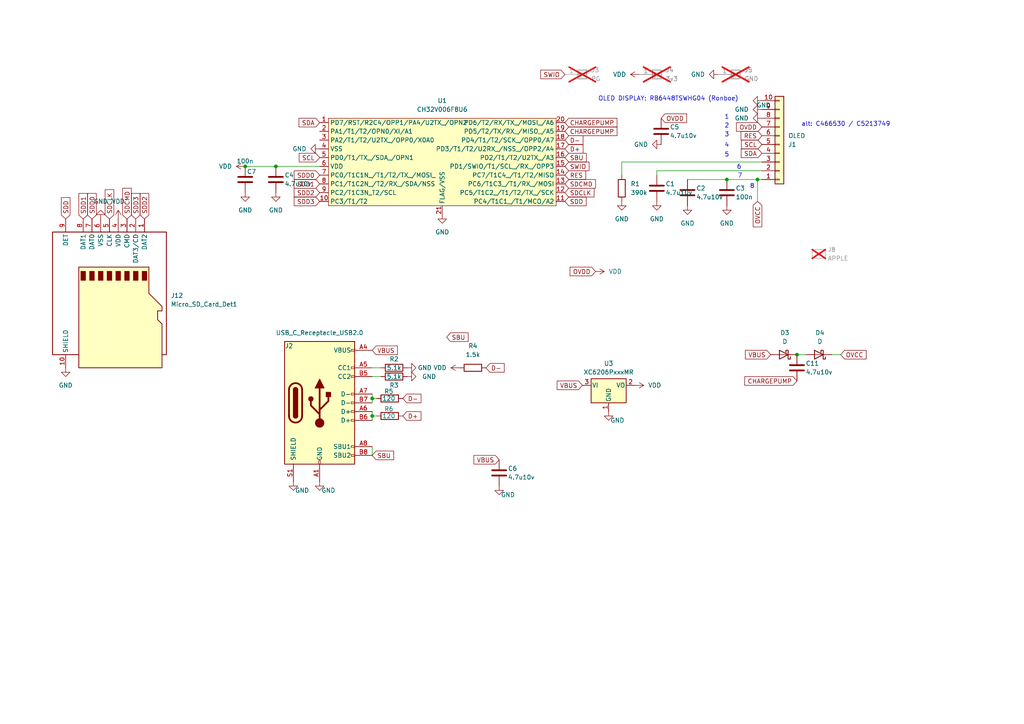
<source format=kicad_sch>
(kicad_sch (version 20231120) (generator "eeschema") (generator_version "8.0")
  (paper "A4")
  (lib_symbols
    (symbol "Connector:Micro_SD_Card_Det1"
      (property "Reference" "J" (at -16.51 17.78 0))
      (property "Value" "Micro_SD_Card_Det1" (at 16.51 17.78 0))
      (symbol "Micro_SD_Card_Det1_0_1"
        (rectangle (start -7.62 -6.985) (end -5.08 -8.255) (stroke (width 0.254)) (fill (type outline)))
        (rectangle (start -7.62 -4.445) (end -5.08 -5.715) (stroke (width 0.254)) (fill (type outline)))
        (rectangle (start -7.62 -1.905) (end -5.08 -3.175) (stroke (width 0.254)) (fill (type outline)))
        (rectangle (start -7.62 0.635) (end -5.08 -0.635) (stroke (width 0.254)) (fill (type outline)))
        (rectangle (start -7.62 3.175) (end -5.08 1.905) (stroke (width 0.254)) (fill (type outline)))
        (rectangle (start -7.62 5.715) (end -5.08 4.445) (stroke (width 0.254)) (fill (type outline)))
        (rectangle (start -7.62 8.255) (end -5.08 6.985) (stroke (width 0.254)) (fill (type outline)))
        (rectangle (start -7.62 10.795) (end -5.08 9.525) (stroke (width 0.254)) (fill (type outline)))
        (polyline (pts (xy 16.51 15.24) (xy 16.51 16.51) (xy -19.05 16.51) (xy -19.05 -16.51) (xy 16.51 -16.51) (xy 16.51 -8.89)) (stroke (width 0.254)))
        (polyline (pts (xy -8.89 -8.89) (xy -8.89 11.43) (xy -1.27 11.43) (xy 2.54 15.24) (xy 3.81 15.24) (xy 3.81 13.97) (xy 6.35 13.97) (xy 7.62 15.24) (xy 20.32 15.24) (xy 20.32 -8.89) (xy -8.89 -8.89)) (stroke (width 0.254)) (fill (type background)))
      )
      (symbol "Micro_SD_Card_Det1_1_1"
        (pin bidirectional line (at -22.86 10.16 0) (length 3.81) (name "DAT2") (number "1"))
        (pin passive line (at 20.32 -12.7 180) (length 3.81) (name "SHIELD") (number "10"))
        (pin bidirectional line (at -22.86 7.62 0) (length 3.81) (name "DAT3/CD") (number "2"))
        (pin input line (at -22.86 5.08 0) (length 3.81) (name "CMD") (number "3"))
        (pin power_in line (at -22.86 2.54 0) (length 3.81) (name "VDD") (number "4"))
        (pin input line (at -22.86 0 0) (length 3.81) (name "CLK") (number "5"))
        (pin power_in line (at -22.86 -2.54 0) (length 3.81) (name "VSS") (number "6"))
        (pin bidirectional line (at -22.86 -5.08 0) (length 3.81) (name "DAT0") (number "7"))
        (pin bidirectional line (at -22.86 -7.62 0) (length 3.81) (name "DAT1") (number "8"))
        (pin passive line (at -22.86 -12.7 0) (length 3.81) (name "DET") (number "9"))
      )
    )
    (symbol "Connector:USB_C_Receptacle_USB2.0" (pin_names (offset 1.016))
      (property "Reference" "J" (at -10.16 19.05 0))
      (property "Value" "USB_C_Receptacle_USB2.0" (at 19.05 19.05 0))
      (symbol "USB_C_Receptacle_USB2.0_0_0"
        (rectangle (start -0.254 -17.78) (end 0.254 -16.764))
        (rectangle (start 10.16 -14.986) (end 9.144 -15.494))
        (rectangle (start 10.16 -12.446) (end 9.144 -12.954))
        (rectangle (start 10.16 -4.826) (end 9.144 -5.334))
        (rectangle (start 10.16 -2.286) (end 9.144 -2.794))
        (rectangle (start 10.16 0.254) (end 9.144 -0.254))
        (rectangle (start 10.16 2.794) (end 9.144 2.286))
        (rectangle (start 10.16 7.874) (end 9.144 7.366))
        (rectangle (start 10.16 10.414) (end 9.144 9.906))
        (rectangle (start 10.16 15.494) (end 9.144 14.986))
      )
      (symbol "USB_C_Receptacle_USB2.0_0_1"
        (rectangle (start -10.16 17.78) (end 10.16 -17.78) (stroke (width 0.254)) (fill (type background)))
        (arc (start -8.89 -3.81) (mid -6.985 -5.7067) (end -5.08 -3.81) (stroke (width 0.508)))
        (arc (start -7.62 -3.81) (mid -6.985 -4.4423) (end -6.35 -3.81) (stroke (width 0.254)))
        (arc (start -7.62 -3.81) (mid -6.985 -4.4423) (end -6.35 -3.81) (stroke (width 0.254)) (fill (type outline)))
        (rectangle (start -7.62 -3.81) (end -6.35 3.81) (stroke (width 0.254)) (fill (type outline)))
        (arc (start -6.35 3.81) (mid -6.985 4.4423) (end -7.62 3.81) (stroke (width 0.254)))
        (arc (start -6.35 3.81) (mid -6.985 4.4423) (end -7.62 3.81) (stroke (width 0.254)) (fill (type outline)))
        (arc (start -5.08 3.81) (mid -6.985 5.7067) (end -8.89 3.81) (stroke (width 0.508)))
        (circle (center -2.54 1.143) (radius 0.635) (stroke (width 0.254)) (fill (type outline)))
        (circle (center 0 -5.842) (radius 1.27) (fill (type outline)))
        (polyline (pts (xy -8.89 -3.81) (xy -8.89 3.81)) (stroke (width 0.508)))
        (polyline (pts (xy -5.08 3.81) (xy -5.08 -3.81)) (stroke (width 0.508)))
        (polyline (pts (xy 0 -5.842) (xy 0 4.318)) (stroke (width 0.508)))
        (polyline (pts (xy 0 -3.302) (xy -2.54 -0.762) (xy -2.54 0.508)) (stroke (width 0.508)))
        (polyline (pts (xy 0 -2.032) (xy 2.54 0.508) (xy 2.54 1.778)) (stroke (width 0.508)))
        (polyline (pts (xy -1.27 4.318) (xy 0 6.858) (xy 1.27 4.318) (xy -1.27 4.318)) (stroke (width 0.254)) (fill (type outline)))
        (rectangle (start 1.905 1.778) (end 3.175 3.048) (stroke (width 0.254)) (fill (type outline)))
      )
      (symbol "USB_C_Receptacle_USB2.0_1_1"
        (pin passive line (at 0 -22.86 90) (length 5.08) (name "GND") (number "A1"))
        (pin passive line (at 0 -22.86 90) (length 5.08) hide (name "GND") (number "A12"))
        (pin passive line (at 15.24 15.24 180) (length 5.08) (name "VBUS") (number "A4"))
        (pin bidirectional line (at 15.24 10.16 180) (length 5.08) (name "CC1") (number "A5"))
        (pin bidirectional line (at 15.24 -2.54 180) (length 5.08) (name "D+") (number "A6"))
        (pin bidirectional line (at 15.24 2.54 180) (length 5.08) (name "D-") (number "A7"))
        (pin bidirectional line (at 15.24 -12.7 180) (length 5.08) (name "SBU1") (number "A8"))
        (pin passive line (at 15.24 15.24 180) (length 5.08) hide (name "VBUS") (number "A9"))
        (pin passive line (at 0 -22.86 90) (length 5.08) hide (name "GND") (number "B1"))
        (pin passive line (at 0 -22.86 90) (length 5.08) hide (name "GND") (number "B12"))
        (pin passive line (at 15.24 15.24 180) (length 5.08) hide (name "VBUS") (number "B4"))
        (pin bidirectional line (at 15.24 7.62 180) (length 5.08) (name "CC2") (number "B5"))
        (pin bidirectional line (at 15.24 -5.08 180) (length 5.08) (name "D+") (number "B6"))
        (pin bidirectional line (at 15.24 0 180) (length 5.08) (name "D-") (number "B7"))
        (pin bidirectional line (at 15.24 -15.24 180) (length 5.08) (name "SBU2") (number "B8"))
        (pin passive line (at 15.24 15.24 180) (length 5.08) hide (name "VBUS") (number "B9"))
        (pin passive line (at -7.62 -22.86 90) (length 5.08) (name "SHIELD") (number "S1"))
      )
    )
    (symbol "Connector_Generic:Conn_01x01" (pin_names (offset 1.016) hide)
      (property "Reference" "J" (at 0 2.54 0))
      (property "Value" "Conn_01x01" (at 0 -2.54 0))
      (symbol "Conn_01x01_1_1"
        (rectangle (start -1.27 0.127) (end 0 -0.127) (stroke (width 0.1524)))
        (rectangle (start -1.27 1.27) (end 1.27 -1.27) (stroke (width 0.254)) (fill (type background)))
        (pin passive line (at -5.08 0 0) (length 3.81) (name "Pin_1") (number "1"))
      )
    )
    (symbol "Connector_Generic:Conn_01x10" (pin_names (offset 1.016) hide)
      (property "Reference" "J" (at 0 12.7 0))
      (property "Value" "Conn_01x10" (at 0 -15.24 0))
      (symbol "Conn_01x10_1_1"
        (rectangle (start -1.27 -12.573) (end 0 -12.827) (stroke (width 0.1524)))
        (rectangle (start -1.27 -10.033) (end 0 -10.287) (stroke (width 0.1524)))
        (rectangle (start -1.27 -7.493) (end 0 -7.747) (stroke (width 0.1524)))
        (rectangle (start -1.27 -4.953) (end 0 -5.207) (stroke (width 0.1524)))
        (rectangle (start -1.27 -2.413) (end 0 -2.667) (stroke (width 0.1524)))
        (rectangle (start -1.27 0.127) (end 0 -0.127) (stroke (width 0.1524)))
        (rectangle (start -1.27 2.667) (end 0 2.413) (stroke (width 0.1524)))
        (rectangle (start -1.27 5.207) (end 0 4.953) (stroke (width 0.1524)))
        (rectangle (start -1.27 7.747) (end 0 7.493) (stroke (width 0.1524)))
        (rectangle (start -1.27 10.287) (end 0 10.033) (stroke (width 0.1524)))
        (rectangle (start -1.27 11.43) (end 1.27 -13.97) (stroke (width 0.254)) (fill (type background)))
        (pin passive line (at -5.08 10.16 0) (length 3.81) (name "Pin_1") (number "1"))
        (pin passive line (at -5.08 -12.7 0) (length 3.81) (name "Pin_10") (number "10"))
        (pin passive line (at -5.08 7.62 0) (length 3.81) (name "Pin_2") (number "2"))
        (pin passive line (at -5.08 5.08 0) (length 3.81) (name "Pin_3") (number "3"))
        (pin passive line (at -5.08 2.54 0) (length 3.81) (name "Pin_4") (number "4"))
        (pin passive line (at -5.08 0 0) (length 3.81) (name "Pin_5") (number "5"))
        (pin passive line (at -5.08 -2.54 0) (length 3.81) (name "Pin_6") (number "6"))
        (pin passive line (at -5.08 -5.08 0) (length 3.81) (name "Pin_7") (number "7"))
        (pin passive line (at -5.08 -7.62 0) (length 3.81) (name "Pin_8") (number "8"))
        (pin passive line (at -5.08 -10.16 0) (length 3.81) (name "Pin_9") (number "9"))
      )
    )
    (symbol "Device:C" (pin_numbers hide) (pin_names (offset 0.254))
      (property "Reference" "C" (at 0.635 2.54 0))
      (property "Value" "C" (at 0.635 -2.54 0))
      (symbol "C_0_1"
        (polyline (pts (xy -2.032 -0.762) (xy 2.032 -0.762)) (stroke (width 0.508)))
        (polyline (pts (xy -2.032 0.762) (xy 2.032 0.762)) (stroke (width 0.508)))
      )
      (symbol "C_1_1"
        (pin passive line (at 0 3.81 270) (length 2.794) (name "~") (number "1"))
        (pin passive line (at 0 -3.81 90) (length 2.794) (name "~") (number "2"))
      )
    )
    (symbol "Device:D_Schottky" (pin_numbers hide) (pin_names (offset 1.016) hide)
      (property "Reference" "D" (at 0 2.54 0))
      (property "Value" "D_Schottky" (at 0 -2.54 0))
      (symbol "D_Schottky_0_1"
        (polyline (pts (xy 1.27 0) (xy -1.27 0)))
        (polyline (pts (xy 1.27 1.27) (xy 1.27 -1.27) (xy -1.27 0) (xy 1.27 1.27)) (stroke (width 0.254)))
        (polyline (pts (xy -1.905 0.635) (xy -1.905 1.27) (xy -1.27 1.27) (xy -1.27 -1.27) (xy -0.635 -1.27) (xy -0.635 -0.635)) (stroke (width 0.254)))
      )
      (symbol "D_Schottky_1_1"
        (pin passive line (at -3.81 0 0) (length 2.54) (name "K") (number "1"))
        (pin passive line (at 3.81 0 180) (length 2.54) (name "A") (number "2"))
      )
    )
    (symbol "Device:R" (pin_numbers hide) (pin_names (offset 0))
      (property "Reference" "R" (at 2.032 0 90))
      (property "Value" "R" (at 0 0 90))
      (symbol "R_0_1"
        (rectangle (start -1.016 -2.54) (end 1.016 2.54) (stroke (width 0.254)))
      )
      (symbol "R_1_1"
        (pin passive line (at 0 3.81 270) (length 1.27) (name "~") (number "1"))
        (pin passive line (at 0 -3.81 90) (length 1.27) (name "~") (number "2"))
      )
    )
    (symbol "Regulator_Linear:XC6206PxxxMR" (pin_names (offset 0.254))
      (property "Reference" "U" (at -3.81 3.175 0))
      (property "Value" "XC6206PxxxMR" (at 0 3.175 0))
      (symbol "XC6206PxxxMR_0_1"
        (rectangle (start -5.08 1.905) (end 5.08 -5.08) (stroke (width 0.254)) (fill (type background)))
      )
      (symbol "XC6206PxxxMR_1_1"
        (pin power_in line (at 0 -7.62 90) (length 2.54) (name "GND") (number "1"))
        (pin power_out line (at 7.62 0 180) (length 2.54) (name "VO") (number "2"))
        (pin power_in line (at -7.62 0 0) (length 2.54) (name "VI") (number "3"))
      )
    )
    (symbol "artwork:artwork"
      (property "Reference" "A" (at 0 0 0))
      (property "Value" "artwork" (at 0 2.54 0))
      (symbol "artwork_0_1"
        (rectangle (start -1.905 1.27) (end 1.905 -1.27))
      )
    )
    (symbol "cnhardware:CH32V006F8U6"
      (property "Reference" "U" (at 0 -1.27 0))
      (property "Value" "CH32V006F8U6" (at 2.54 0 0))
      (symbol "CH32V006F8U6_1_1"
        (rectangle (start -33.02 12.7) (end 33.02 -12.7) (fill (type background)))
        (pin bidirectional line (at -35.56 11.43 0) (length 2.54) (name "PD7/RST/R2C4/OPP1/PA4/U2TX_/OPN2") (number "1"))
        (pin bidirectional line (at -35.56 -11.43 0) (length 2.54) (name "PC3/T1/T2") (number "10"))
        (pin bidirectional line (at 35.56 -11.43 180) (length 2.54) (name "PC4/T1C1_/T1/MCO/A2") (number "11"))
        (pin bidirectional line (at 35.56 -8.89 180) (length 2.54) (name "PC5/T1C2_/T1/T2/TX_/SCK") (number "12"))
        (pin bidirectional line (at 35.56 -6.35 180) (length 2.54) (name "PC6/T1C3_/T1/RX_/MOSI") (number "13"))
        (pin bidirectional line (at 35.56 -3.81 180) (length 2.54) (name "PC7/T1C4_/T1/T2/MISO") (number "14"))
        (pin bidirectional line (at 35.56 -1.27 180) (length 2.54) (name "PD1/SWIO/T1/SCL_/RX_/OPP3") (number "15"))
        (pin bidirectional line (at 35.56 1.27 180) (length 2.54) (name "PD2/T1/T2/U2TX_/A3") (number "16"))
        (pin bidirectional line (at 35.56 3.81 180) (length 2.54) (name "PD3/T1/T2/U2RX_/NSS_/OPP2/A4") (number "17"))
        (pin bidirectional line (at 35.56 6.35 180) (length 2.54) (name "PD4/T1/T2/SCK_/OPP0/A7") (number "18"))
        (pin bidirectional line (at 35.56 8.89 180) (length 2.54) (name "PD5/T2/TX/RX_/MISO_/A5") (number "19"))
        (pin bidirectional line (at -35.56 8.89 0) (length 2.54) (name "PA1/T1/T2/OPN0/XI/A1") (number "2"))
        (pin bidirectional line (at 35.56 11.43 180) (length 2.54) (name "PD6/T2/RX/TX_/MOSI_/A6") (number "20"))
        (pin bidirectional line (at 0 -15.24 90) (length 2.54) (name "FLAG/VSS") (number "21"))
        (pin bidirectional line (at -35.56 6.35 0) (length 2.54) (name "PA2/T1/T2/U2TX_/OPP0/X0A0") (number "3"))
        (pin bidirectional line (at -35.56 3.81 0) (length 2.54) (name "VSS") (number "4"))
        (pin bidirectional line (at -35.56 1.27 0) (length 2.54) (name "PD0/T1/TX_/SDA_/OPN1") (number "5"))
        (pin bidirectional line (at -35.56 -1.27 0) (length 2.54) (name "VDD") (number "6"))
        (pin bidirectional line (at -35.56 -3.81 0) (length 2.54) (name "PC0/T1C1N_/T1/T2/TX_/MOSI_") (number "7"))
        (pin bidirectional line (at -35.56 -6.35 0) (length 2.54) (name "PC1/T1C2N_/T2/RX_/SDA/NSS") (number "8"))
        (pin bidirectional line (at -35.56 -8.89 0) (length 2.54) (name "PC2/T1C3N_T2/SCL") (number "9"))
      )
    )
    (symbol "power:GND" (power) (pin_names (offset 0))
      (property "Value" "GND" (at 0 -3.81 0))
      (symbol "GND_0_1"
        (polyline (pts (xy 0 0) (xy 0 -1.27) (xy 1.27 -1.27) (xy 0 -2.54) (xy -1.27 -1.27) (xy 0 -1.27)))
      )
      (symbol "GND_1_1"
        (pin power_in line (at 0 0 270) (length 0) hide (name "GND") (number "1"))
      )
    )
    (symbol "power:VDD" (power) (pin_names (offset 0))
      (property "Value" "VDD" (at 0 3.81 0))
      (symbol "VDD_0_1"
        (polyline (pts (xy -0.762 1.27) (xy 0 2.54)))
        (polyline (pts (xy 0 0) (xy 0 2.54)))
        (polyline (pts (xy 0 2.54) (xy 0.762 1.27)))
      )
      (symbol "VDD_1_1"
        (pin power_in line (at 0 0 90) (length 0) hide (name "VDD") (number "1"))
      )
    )
  )
  (junction (at 210.82 52.07))
  (junction (at 219.71 52.07))
  (junction (at 71.12 48.26))
  (junction (at 80.01 48.26))
  (junction (at 107.95 120.65))
  (junction (at 107.95 115.57))
  (junction (at 231.14 102.87))
  (wire (pts (xy 80.01 48.26) (xy 92.71 48.26)))
  (wire (pts (xy 71.12 48.26) (xy 80.01 48.26)))
  (wire (pts (xy 190.5 49.53) (xy 190.5 50.8)))
  (wire (pts (xy 231.14 102.87) (xy 233.68 102.87)))
  (wire (pts (xy 199.39 52.07) (xy 210.82 52.07)))
  (wire (pts (xy 107.95 109.22) (xy 110.49 109.22)))
  (wire (pts (xy 107.95 106.68) (xy 110.49 106.68)))
  (wire (pts (xy 241.3 102.87) (xy 243.84 102.87)))
  (wire (pts (xy 107.95 120.65) (xy 109.22 120.65)))
  (wire (pts (xy 210.82 52.07) (xy 219.71 52.07)))
  (wire (pts (xy 107.95 119.38) (xy 107.95 120.65)))
  (wire (pts (xy 107.95 120.65) (xy 107.95 121.92)))
  (wire (pts (xy 219.71 58.42) (xy 219.71 52.07)))
  (wire (pts (xy 219.71 52.07) (xy 220.98 52.07)))
  (wire (pts (xy 107.95 115.57) (xy 107.95 116.84)))
  (wire (pts (xy 190.5 49.53) (xy 220.98 49.53)))
  (wire (pts (xy 107.95 115.57) (xy 109.22 115.57)))
  (wire (pts (xy 107.95 114.3) (xy 107.95 115.57)))
  (wire (pts (xy 180.34 46.99) (xy 220.98 46.99)))
  (wire (pts (xy 107.95 129.54) (xy 107.95 132.08)))
  (wire (pts (xy 180.34 46.99) (xy 180.34 50.8)))
  (text "3" (at 210.82 39.116 0) (effects (font (size 1.27 1.27))))
  (text "7" (at 214.63 51.054 0) (effects (font (size 1.27 1.27))))
  (text "5" (at 210.82 44.958 0) (effects (font (size 1.27 1.27))))
  (text "alt: C466530 / C5213749" (at 232.41 36.83 0) (effects (font (size 1.27 1.27)) (justify left bottom)))
  (text "8" (at 218.186 54.102 0) (effects (font (size 1.27 1.27))))
  (text "2" (at 210.82 36.576 0) (effects (font (size 1.27 1.27))))
  (text "6" (at 214.376 48.514 0) (effects (font (size 1.27 1.27))))
  (text "4" (at 210.82 42.164 0) (effects (font (size 1.27 1.27))))
  (text "OLED DISPLAY: RB6448TSWHG04 (Ronboe)" (at 173.482 29.464 0) (effects (font (size 1.27 1.27)) (justify left bottom)))
  (text "1" (at 210.82 34.036 0) (effects (font (size 1.27 1.27))))
  (global_label "SBU" (shape input) (at 129.54 97.79 0) (property "Intersheetrefs" "${INTERSHEET_REFS}" (effects (hide yes))))
  (global_label "SDD3" (shape input) (at 39.37 63.5 90) (property "Intersheetrefs" "${INTERSHEET_REFS}" (effects (hide yes))))
  (global_label "D-" (shape input) (at 116.84 115.57 0) (property "Intersheetrefs" "${INTERSHEET_REFS}" (effects (hide yes))))
  (global_label "SDCMD" (shape input) (at 163.83 53.34 0) (property "Intersheetrefs" "${INTERSHEET_REFS}" (effects (hide yes))))
  (global_label "SCL" (shape input) (at 220.98 41.91 180) (property "Intersheetrefs" "${INTERSHEET_REFS}" (effects (hide yes))))
  (global_label "OVCC" (shape input) (at 243.84 102.87 0) (property "Intersheetrefs" "${INTERSHEET_REFS}" (effects (hide yes))))
  (global_label "D-" (shape input) (at 140.97 106.68 0) (property "Intersheetrefs" "${INTERSHEET_REFS}" (effects (hide yes))))
  (global_label "VBUS" (shape input) (at 107.95 101.6 0) (property "Intersheetrefs" "${INTERSHEET_REFS}" (effects (hide yes))))
  (global_label "SDD0" (shape input) (at 26.67 63.5 90) (property "Intersheetrefs" "${INTERSHEET_REFS}" (effects (hide yes))))
  (global_label "SDD1" (shape input) (at 92.71 53.34 180) (property "Intersheetrefs" "${INTERSHEET_REFS}" (effects (hide yes))))
  (global_label "RES" (shape input) (at 220.98 39.37 180) (property "Intersheetrefs" "${INTERSHEET_REFS}" (effects (hide yes))))
  (global_label "OVDD" (shape input) (at 220.98 36.83 180) (property "Intersheetrefs" "${INTERSHEET_REFS}" (effects (hide yes))))
  (global_label "D+" (shape input) (at 163.83 43.18 0) (property "Intersheetrefs" "${INTERSHEET_REFS}" (effects (hide yes))))
  (global_label "SBU" (shape input) (at 163.83 45.72 0) (property "Intersheetrefs" "${INTERSHEET_REFS}" (effects (hide yes))))
  (global_label "SDCLK" (shape input) (at 163.83 55.88 0) (property "Intersheetrefs" "${INTERSHEET_REFS}" (effects (hide yes))))
  (global_label "SCL" (shape input) (at 92.71 45.72 180) (property "Intersheetrefs" "${INTERSHEET_REFS}" (effects (hide yes))))
  (global_label "SDD" (shape input) (at 163.83 58.42 0) (property "Intersheetrefs" "${INTERSHEET_REFS}" (effects (hide yes))))
  (global_label "SDD2" (shape input) (at 41.91 63.5 90) (property "Intersheetrefs" "${INTERSHEET_REFS}" (effects (hide yes))))
  (global_label "CHARGEPUMP" (shape input) (at 163.83 38.1 0) (property "Intersheetrefs" "${INTERSHEET_REFS}" (effects (hide yes))))
  (global_label "SBU" (shape input) (at 107.95 132.08 0) (property "Intersheetrefs" "${INTERSHEET_REFS}" (effects (hide yes))))
  (global_label "VBUS" (shape input) (at 223.52 102.87 180) (property "Intersheetrefs" "${INTERSHEET_REFS}" (effects (hide yes))))
  (global_label "RES" (shape input) (at 163.83 50.8 0) (property "Intersheetrefs" "${INTERSHEET_REFS}" (effects (hide yes))))
  (global_label "SDA" (shape input) (at 92.71 35.56 180) (property "Intersheetrefs" "${INTERSHEET_REFS}" (effects (hide yes))))
  (global_label "VBUS" (shape input) (at 144.78 133.35 180) (property "Intersheetrefs" "${INTERSHEET_REFS}" (effects (hide yes))))
  (global_label "D-" (shape input) (at 163.83 40.64 0) (property "Intersheetrefs" "${INTERSHEET_REFS}" (effects (hide yes))))
  (global_label "SDCMD" (shape input) (at 36.83 63.5 90) (property "Intersheetrefs" "${INTERSHEET_REFS}" (effects (hide yes))))
  (global_label "VBUS" (shape input) (at 168.91 111.76 180) (property "Intersheetrefs" "${INTERSHEET_REFS}" (effects (hide yes))))
  (global_label "OVCC" (shape input) (at 219.71 58.42 270) (property "Intersheetrefs" "${INTERSHEET_REFS}" (effects (hide yes))))
  (global_label "OVDD" (shape input) (at 172.72 78.74 180) (property "Intersheetrefs" "${INTERSHEET_REFS}" (effects (hide yes))))
  (global_label "OVDD" (shape input) (at 191.77 34.29 0) (property "Intersheetrefs" "${INTERSHEET_REFS}" (effects (hide yes))))
  (global_label "SDCLK" (shape input) (at 31.75 63.5 90) (property "Intersheetrefs" "${INTERSHEET_REFS}" (effects (hide yes))))
  (global_label "SDD" (shape input) (at 19.05 63.5 90) (property "Intersheetrefs" "${INTERSHEET_REFS}" (effects (hide yes))))
  (global_label "SDD3" (shape input) (at 92.71 58.42 180) (property "Intersheetrefs" "${INTERSHEET_REFS}" (effects (hide yes))))
  (global_label "SWIO" (shape input) (at 163.83 21.59 180) (property "Intersheetrefs" "${INTERSHEET_REFS}" (effects (hide yes))))
  (global_label "CHARGEPUMP" (shape input) (at 231.14 110.49 180) (property "Intersheetrefs" "${INTERSHEET_REFS}" (effects (hide yes))))
  (global_label "SDD2" (shape input) (at 92.71 55.88 180) (property "Intersheetrefs" "${INTERSHEET_REFS}" (effects (hide yes))))
  (global_label "SDD1" (shape input) (at 24.13 63.5 90) (property "Intersheetrefs" "${INTERSHEET_REFS}" (effects (hide yes))))
  (global_label "SDA" (shape input) (at 220.98 44.45 180) (property "Intersheetrefs" "${INTERSHEET_REFS}" (effects (hide yes))))
  (global_label "CHARGEPUMP" (shape input) (at 163.83 35.56 0) (property "Intersheetrefs" "${INTERSHEET_REFS}" (effects (hide yes))))
  (global_label "SWIO" (shape input) (at 163.83 48.26 0) (property "Intersheetrefs" "${INTERSHEET_REFS}" (effects (hide yes))))
  (global_label "SDD0" (shape input) (at 92.71 50.8 180) (property "Intersheetrefs" "${INTERSHEET_REFS}" (effects (hide yes))))
  (global_label "D+" (shape input) (at 116.84 120.65 0) (property "Intersheetrefs" "${INTERSHEET_REFS}" (effects (hide yes))))
  (symbol (lib_id "Device:C") (at 80.01 52.07 0) (unit 1)
    (property "Reference" "C4" (at 82.55 50.8 0) (effects (justify left)))
    (property "Value" "4.7u10v" (at 82.55 53.34 0) (effects (justify left)))
    (property "Footprint" "Capacitor_SMD:C_0402_1005Metric" (effects (hide yes)))
    (property "LCSC" "C23733" (effects (hide yes)))
  )
  (symbol (lib_id "power:GND") (at 208.28 21.59 270) (unit 1)
    (property "Reference" "#PWR024" (effects (hide yes)))
    (property "Value" "GND" (at 204.47 21.59 90) (effects (justify right)))
  )
  (symbol (lib_id "Device:C") (at 231.14 106.68 0) (unit 1)
    (property "Reference" "C11" (at 233.68 105.41 0) (effects (justify left)))
    (property "Value" "4.7u10v" (at 233.68 107.95 0) (effects (justify left)))
    (property "Footprint" "Capacitor_SMD:C_0402_1005Metric" (effects (hide yes)))
    (property "LCSC" "C23733" (effects (hide yes)))
  )
  (symbol (lib_id "power:GND") (at 80.01 55.88 0) (unit 1)
    (property "Reference" "#PWR03" (effects (hide yes)))
    (property "Value" "GND" (at 80.01 60.96 0))
  )
  (symbol (lib_id "Device:D_Schottky") (at 237.49 102.87 180) (unit 1)
    (property "Reference" "D4" (at 237.8075 96.52 0))
    (property "Value" "D" (at 237.8075 99.06 0))
    (property "Footprint" "Diode_SMD:D_SOD-323" (effects (hide yes)))
    (property "Description" "Schottky diode" (effects (hide yes)))
    (property "LCSC" "C191023" (effects (hide yes)))
  )
  (symbol (lib_id "Device:C") (at 190.5 54.61 0) (unit 1)
    (property "Reference" "C1" (at 193.04 53.34 0) (effects (justify left)))
    (property "Value" "4.7u10v" (at 193.04 55.88 0) (effects (justify left)))
    (property "Footprint" "Capacitor_SMD:C_0402_1005Metric" (effects (hide yes)))
    (property "LCSC" "C23733" (effects (hide yes)))
  )
  (symbol (lib_id "Connector_Generic:Conn_01x01") (at 190.5 21.59 0) (unit 1) (in_bom no) (dnp yes)
    (property "Reference" "J4" (at 193.04 20.32 0) (effects (justify left)))
    (property "Value" "3v3" (at 193.04 22.86 0) (effects (justify left)))
    (property "Footprint" "TestPoint:TestPoint_Pad_D1.0mm" (effects (hide yes)))
  )
  (symbol (lib_id "power:GND") (at 19.05 106.68 0) (unit 1)
    (property "Reference" "#PWR027" (effects (hide yes)))
    (property "Value" "GND" (at 19.05 111.76 0))
  )
  (symbol (lib_id "Connector_Generic:Conn_01x10") (at 226.06 41.91 0) (mirror x) (unit 1)
    (property "Reference" "J1" (at 228.6 41.91 0) (effects (justify left)))
    (property "Value" "OLED" (at 228.6 39.37 0) (effects (justify left)))
    (property "Footprint" "fpc:AFC42-S08FMA-1H" (effects (hide yes)))
    (property "LCSC" "C466530" (effects (hide yes)))
  )
  (symbol (lib_id "power:VDD") (at 71.12 48.26 90) (unit 1)
    (property "Reference" "#PWR015" (effects (hide yes)))
    (property "Value" "VDD" (at 67.31 48.26 90) (effects (justify left)))
  )
  (symbol (lib_id "Connector:Micro_SD_Card_Det1") (at 31.75 86.36 270) (unit 1)
    (property "Reference" "J12" (at 49.53 85.7249 90) (effects (justify left)))
    (property "Value" "Micro_SD_Card_Det1" (at 49.53 88.2649 90) (effects (justify left)))
    (property "Footprint" "cnhardware:MicroSD-C393941-SHOU-HAN-TF-PUSH-TINY" (effects (hide yes)))
    (property "Datasheet" "https://datasheet.lcsc.com/lcsc/2110151630_XKB-Connectivity-XKTF-015-N_C381082.pdf" (effects (hide yes)))
    (property "Description" "Micro SD Card Socket with one card detection pin" (effects (hide yes)))
    (property "LCSC" "C22383473" (effects (hide yes)))
  )
  (symbol (lib_id "power:GND") (at 144.78 140.97 0) (unit 1)
    (property "Reference" "#PWR019" (effects (hide yes)))
    (property "Value" "GND" (at 147.32 143.51 0))
  )
  (symbol (lib_id "power:VDD") (at 185.42 21.59 90) (unit 1)
    (property "Reference" "#PWR023" (effects (hide yes)))
    (property "Value" "VDD" (at 181.61 21.59 90) (effects (justify left)))
  )
  (symbol (lib_id "power:GND") (at 118.11 109.22 90) (unit 1)
    (property "Reference" "#PWR012" (effects (hide yes)))
    (property "Value" "GND" (at 124.46 109.22 90))
  )
  (symbol (lib_id "Device:C") (at 191.77 38.1 0) (unit 1)
    (property "Reference" "C5" (at 194.31 36.83 0) (effects (justify left)))
    (property "Value" "4.7u10v" (at 194.31 39.37 0) (effects (justify left)))
    (property "Footprint" "Capacitor_SMD:C_0402_1005Metric" (effects (hide yes)))
    (property "LCSC" "C23733" (effects (hide yes)))
  )
  (symbol (lib_id "power:GND") (at 180.34 58.42 0) (unit 1)
    (property "Reference" "#PWR08" (effects (hide yes)))
    (property "Value" "GND" (at 180.34 63.5 0))
  )
  (symbol (lib_id "Connector_Generic:Conn_01x01") (at 213.36 21.59 0) (unit 1) (in_bom no) (dnp yes)
    (property "Reference" "J5" (at 215.9 20.32 0) (effects (justify left)))
    (property "Value" "GND" (at 215.9 22.86 0) (effects (justify left)))
    (property "Footprint" "TestPoint:TestPoint_Pad_D1.0mm" (effects (hide yes)))
  )
  (symbol (lib_id "power:GND") (at 29.21 63.5 180) (unit 1)
    (property "Reference" "#PWR022" (effects (hide yes)))
    (property "Value" "GND" (at 29.21 58.42 0))
  )
  (symbol (lib_id "Device:R") (at 180.34 54.61 0) (unit 1)
    (property "Reference" "R1" (at 182.88 53.34 0) (effects (justify left)))
    (property "Value" "390k" (at 182.88 55.88 0) (effects (justify left)))
    (property "Footprint" "Resistor_SMD:R_0402_1005Metric" (effects (hide yes)))
    (property "LCSC" "C25782" (effects (hide yes)))
  )
  (symbol (lib_id "power:GND") (at 176.53 119.38 0) (unit 1)
    (property "Reference" "#PWR029" (effects (hide yes)))
    (property "Value" "GND" (at 179.07 121.92 0))
  )
  (symbol (lib_id "power:VDD") (at 133.35 106.68 90) (unit 1)
    (property "Reference" "#PWR021" (effects (hide yes)))
    (property "Value" "VDD" (at 129.54 106.68 90) (effects (justify left)))
  )
  (symbol (lib_id "Device:R") (at 114.3 106.68 90) (unit 1)
    (property "Reference" "R2" (at 114.3 104.14 90))
    (property "Value" "5.1k" (at 114.3 106.68 90))
    (property "Footprint" "Resistor_SMD:R_0402_1005Metric" (effects (hide yes)))
    (property "LCSC" "C105872" (effects (hide yes)))
  )
  (symbol (lib_id "power:VDD") (at 172.72 78.74 270) (unit 1)
    (property "Reference" "#PWR028" (effects (hide yes)))
    (property "Value" "VDD" (at 176.53 78.7399 90) (effects (justify left)))
  )
  (symbol (lib_id "power:GND") (at 92.71 139.7 0) (unit 1)
    (property "Reference" "#PWR010" (effects (hide yes)))
    (property "Value" "GND" (at 95.25 142.24 0))
  )
  (symbol (lib_id "artwork:artwork") (at 237.49 73.66 0) (unit 1) (in_bom no) (dnp yes)
    (property "Reference" "J8" (at 240.03 72.3899 0) (effects (justify left)))
    (property "Value" "APPLE" (at 240.03 74.9299 0) (effects (justify left)))
    (property "Footprint" "artwork:apple" (effects (hide yes)))
  )
  (symbol (lib_id "power:VDD") (at 184.15 111.76 270) (unit 1)
    (property "Reference" "#PWR030" (effects (hide yes)))
    (property "Value" "VDD" (at 187.96 111.7599 90) (effects (justify left)))
  )
  (symbol (lib_id "power:GND") (at 71.12 55.88 0) (unit 1)
    (property "Reference" "#PWR020" (effects (hide yes)))
    (property "Value" "GND" (at 71.12 60.96 0))
  )
  (symbol (lib_id "power:GND") (at 118.11 106.68 90) (unit 1)
    (property "Reference" "#PWR011" (effects (hide yes)))
    (property "Value" "GND" (at 123.19 106.68 90))
  )
  (symbol (lib_id "Device:D_Schottky") (at 227.33 102.87 180) (unit 1)
    (property "Reference" "D3" (at 227.6475 96.52 0))
    (property "Value" "D" (at 227.6475 99.06 0))
    (property "Footprint" "Diode_SMD:D_SOD-323" (effects (hide yes)))
    (property "Description" "Schottky diode" (effects (hide yes)))
    (property "LCSC" "C191023" (effects (hide yes)))
  )
  (symbol (lib_id "power:GND") (at 220.98 34.29 270) (unit 1)
    (property "Reference" "#PWR01" (effects (hide yes)))
    (property "Value" "GND" (at 217.17 34.29 90) (effects (justify right)))
  )
  (symbol (lib_id "power:GND") (at 191.77 41.91 270) (unit 1)
    (property "Reference" "#PWR016" (effects (hide yes)))
    (property "Value" "GND" (at 187.96 41.91 90) (effects (justify right)))
  )
  (symbol (lib_id "Connector_Generic:Conn_01x01") (at 168.91 21.59 0) (unit 1) (in_bom no) (dnp yes)
    (property "Reference" "J3" (at 171.45 20.32 0) (effects (justify left)))
    (property "Value" "PG" (at 171.45 22.86 0) (effects (justify left)))
    (property "Footprint" "TestPoint:TestPoint_Pad_D1.0mm" (effects (hide yes)))
  )
  (symbol (lib_id "Device:C") (at 144.78 137.16 0) (unit 1)
    (property "Reference" "C6" (at 147.32 135.89 0) (effects (justify left)))
    (property "Value" "4.7u10v" (at 147.32 138.43 0) (effects (justify left)))
    (property "Footprint" "Capacitor_SMD:C_0402_1005Metric" (effects (hide yes)))
    (property "LCSC" "C23733" (effects (hide yes)))
  )
  (symbol (lib_id "Device:C") (at 71.12 52.07 0) (unit 1)
    (property "Reference" "C7" (at 71.628 49.784 0) (effects (justify left)))
    (property "Value" "100n" (at 68.58 46.736 0) (effects (justify left)))
    (property "Footprint" "Capacitor_SMD:C_0402_1005Metric" (effects (hide yes)))
    (property "LCSC" "C1525" (effects (hide yes)))
  )
  (symbol (lib_id "power:GND") (at 199.39 59.69 0) (unit 1)
    (property "Reference" "#PWR05" (effects (hide yes)))
    (property "Value" "GND" (at 199.39 64.77 0))
  )
  (symbol (lib_id "Device:R") (at 137.16 106.68 90) (unit 1)
    (property "Reference" "R4" (at 137.16 100.33 90))
    (property "Value" "1.5k" (at 137.16 102.87 90))
    (property "Footprint" "Resistor_SMD:R_0402_1005Metric" (effects (hide yes)))
    (property "LCSC" "C25867" (effects (hide yes)))
  )
  (symbol (lib_id "Device:C") (at 199.39 55.88 0) (unit 1)
    (property "Reference" "C2" (at 201.93 54.61 0) (effects (justify left)))
    (property "Value" "4.7u10v" (at 201.93 57.15 0) (effects (justify left)))
    (property "Footprint" "Capacitor_SMD:C_0402_1005Metric" (effects (hide yes)))
    (property "LCSC" "C23733" (effects (hide yes)))
  )
  (symbol (lib_id "power:GND") (at 85.09 139.7 0) (unit 1)
    (property "Reference" "#PWR09" (effects (hide yes)))
    (property "Value" "GND" (at 87.63 142.24 0))
  )
  (symbol (lib_id "Device:R") (at 113.03 120.65 90) (unit 1)
    (property "Reference" "R6" (at 112.776 118.618 90))
    (property "Value" "120" (at 112.776 120.65 90))
    (property "Footprint" "Resistor_SMD:R_0402_1005Metric" (effects (hide yes)))
    (property "LCSC" "C25079" (effects (hide yes)))
  )
  (symbol (lib_id "power:VDD") (at 34.29 63.5 0) (unit 1)
    (property "Reference" "#PWR026" (effects (hide yes)))
    (property "Value" "VDD" (at 34.29 58.42 0))
  )
  (symbol (lib_id "Regulator_Linear:XC6206PxxxMR") (at 176.53 111.76 0) (unit 1)
    (property "Reference" "U3" (at 176.53 105.41 0))
    (property "Value" "XC6206PxxxMR" (at 176.53 107.95 0))
    (property "Footprint" "Package_TO_SOT_SMD:SOT-23-3" (effects (hide yes)))
    (property "Datasheet" "https://www.torexsemi.com/file/xc6206/XC6206.pdf" (effects (hide yes)))
    (property "Description" "Positive 60-250mA Low Dropout Regulator, Fixed Output, SOT-23" (effects (hide yes)))
    (property "LCSC" "C5446" (effects (hide yes)))
  )
  (symbol (lib_id "power:GND") (at 92.71 43.18 270) (unit 1)
    (property "Reference" "#PWR04" (effects (hide yes)))
    (property "Value" "GND" (at 88.9 43.18 90) (effects (justify right)))
  )
  (symbol (lib_id "power:GND") (at 190.5 58.42 0) (unit 1)
    (property "Reference" "#PWR07" (effects (hide yes)))
    (property "Value" "GND" (at 190.5 63.5 0))
  )
  (symbol (lib_id "Device:C") (at 210.82 55.88 0) (unit 1)
    (property "Reference" "C3" (at 213.36 54.61 0) (effects (justify left)))
    (property "Value" "100n" (at 213.36 57.15 0) (effects (justify left)))
    (property "Footprint" "Capacitor_SMD:C_0402_1005Metric" (effects (hide yes)))
    (property "LCSC" "C1525" (effects (hide yes)))
  )
  (symbol (lib_id "cnhardware:CH32V006F8U6") (at 128.27 46.99 0) (unit 1)
    (property "Reference" "U1" (at 128.27 29.21 0))
    (property "Value" "CH32V006F8U6" (at 128.27 31.75 0))
    (property "Footprint" "Package_DFN_QFN:QFN-20-1EP_3x3mm_P0.4mm_EP1.65x1.65mm" (effects (hide yes)))
    (property "LCSC" "C42431288" (effects (hide yes)))
  )
  (symbol (lib_id "power:GND") (at 220.98 29.21 270) (unit 1)
    (property "Reference" "#PWR017" (effects (hide yes)))
    (property "Value" "GND" (at 223.52 30.48 90) (effects (justify right)))
  )
  (symbol (lib_id "Device:R") (at 114.3 109.22 90) (unit 1)
    (property "Reference" "R3" (at 114.3 111.76 90))
    (property "Value" "5.1k" (at 114.3 109.22 90))
    (property "Footprint" "Resistor_SMD:R_0402_1005Metric" (effects (hide yes)))
    (property "LCSC" "C105872" (effects (hide yes)))
  )
  (symbol (lib_id "Connector:USB_C_Receptacle_USB2.0") (at 92.71 116.84 0) (unit 1)
    (property "Reference" "J2" (at 83.82 100.33 0))
    (property "Value" "USB_C_Receptacle_USB2.0" (at 92.71 96.52 0))
    (property "Footprint" "Connector_USB:USB_C_Receptacle_HRO_TYPE-C-31-M-12" (effects (hide yes)))
    (property "Datasheet" "https://www.usb.org/sites/default/files/documents/usb_type-c.zip" (effects (hide yes)))
    (property "LCSC" "C2765186" (effects (hide yes)))
  )
  (symbol (lib_id "Device:R") (at 113.03 115.57 90) (unit 1)
    (property "Reference" "R5" (at 112.776 113.538 90))
    (property "Value" "120" (at 112.776 115.57 90))
    (property "Footprint" "Resistor_SMD:R_0402_1005Metric" (effects (hide yes)))
    (property "LCSC" "C25079" (effects (hide yes)))
  )
  (symbol (lib_id "power:GND") (at 220.98 31.75 270) (unit 1)
    (property "Reference" "#PWR018" (effects (hide yes)))
    (property "Value" "GND" (at 217.17 31.75 90) (effects (justify right)))
  )
  (symbol (lib_id "power:GND") (at 210.82 59.69 0) (unit 1)
    (property "Reference" "#PWR06" (effects (hide yes)))
    (property "Value" "GND" (at 210.82 64.77 0))
  )
  (symbol (lib_id "power:GND") (at 128.27 62.23 0) (unit 1)
    (property "Reference" "#PWR02" (effects (hide yes)))
    (property "Value" "GND" (at 128.27 67.31 0))
  )
)
</source>
